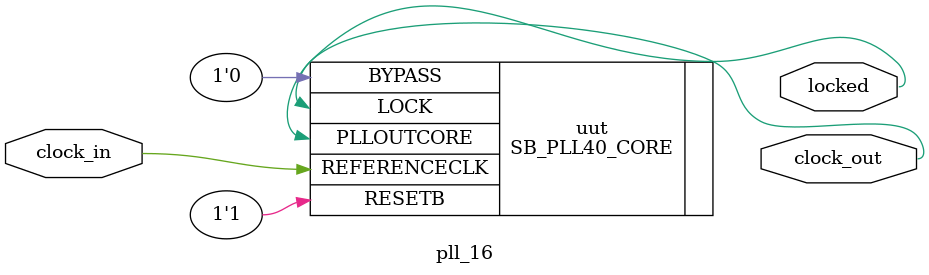
<source format=v>
/**
 * PLL configuration
 *
 * This Verilog module was generated automatically
 * using the icepll tool from the IceStorm project.
 * Use at your own risk.
 *
 * Given input frequency:        48.000 MHz
 * Requested output frequency:   16.000 MHz
 * Achieved output frequency:    16.000 MHz
 */

module pll_16(
	input  clock_in,
	output clock_out,
	output locked
	);

SB_PLL40_CORE #(
		.FEEDBACK_PATH("SIMPLE"),
		.DIVR(4'b0010),		// DIVR =  2
		.DIVF(7'b0111111),	// DIVF = 63
		.DIVQ(3'b110),		// DIVQ =  6
		.FILTER_RANGE(3'b001)	// FILTER_RANGE = 1
	) uut (
		.LOCK(locked),
		.RESETB(1'b1),
		.BYPASS(1'b0),
		.REFERENCECLK(clock_in),
		.PLLOUTCORE(clock_out)
		);

endmodule

</source>
